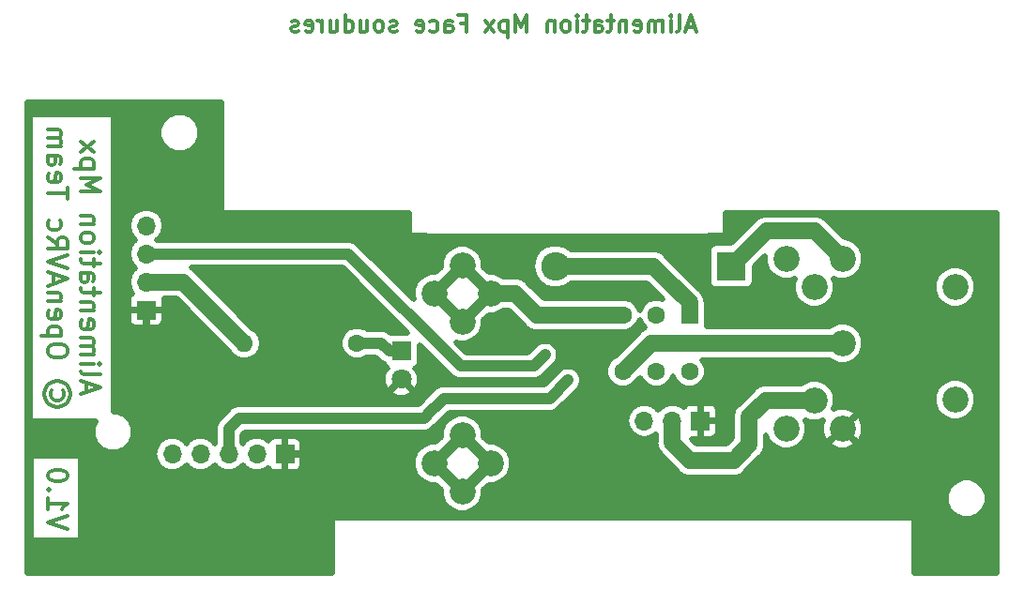
<source format=gbr>
G04 #@! TF.GenerationSoftware,KiCad,Pcbnew,(5.0.2)-1*
G04 #@! TF.CreationDate,2019-11-09T14:17:09+01:00*
G04 #@! TF.ProjectId,MPX_Alimentation,4d50585f-416c-4696-9d65-6e746174696f,v1.0*
G04 #@! TF.SameCoordinates,Original*
G04 #@! TF.FileFunction,Copper,L2,Bot*
G04 #@! TF.FilePolarity,Positive*
%FSLAX46Y46*%
G04 Gerber Fmt 4.6, Leading zero omitted, Abs format (unit mm)*
G04 Created by KiCad (PCBNEW (5.0.2)-1) date 09/11/2019 14:17:09*
%MOMM*%
%LPD*%
G01*
G04 APERTURE LIST*
G04 #@! TA.AperFunction,NonConductor*
%ADD10C,0.300000*%
G04 #@! TD*
G04 #@! TA.AperFunction,ComponentPad*
%ADD11R,2.600000X2.600000*%
G04 #@! TD*
G04 #@! TA.AperFunction,ComponentPad*
%ADD12O,2.600000X2.600000*%
G04 #@! TD*
G04 #@! TA.AperFunction,ComponentPad*
%ADD13R,1.600000X1.600000*%
G04 #@! TD*
G04 #@! TA.AperFunction,ComponentPad*
%ADD14C,1.600000*%
G04 #@! TD*
G04 #@! TA.AperFunction,ComponentPad*
%ADD15O,1.600000X1.600000*%
G04 #@! TD*
G04 #@! TA.AperFunction,ComponentPad*
%ADD16C,2.350000*%
G04 #@! TD*
G04 #@! TA.AperFunction,ComponentPad*
%ADD17R,1.800000X1.800000*%
G04 #@! TD*
G04 #@! TA.AperFunction,ComponentPad*
%ADD18C,1.800000*%
G04 #@! TD*
G04 #@! TA.AperFunction,ComponentPad*
%ADD19R,1.700000X1.700000*%
G04 #@! TD*
G04 #@! TA.AperFunction,ComponentPad*
%ADD20O,1.700000X1.700000*%
G04 #@! TD*
G04 #@! TA.AperFunction,ViaPad*
%ADD21C,1.000000*%
G04 #@! TD*
G04 #@! TA.AperFunction,Conductor*
%ADD22C,1.500000*%
G04 #@! TD*
G04 #@! TA.AperFunction,Conductor*
%ADD23C,1.000000*%
G04 #@! TD*
G04 #@! TA.AperFunction,Conductor*
%ADD24C,0.500000*%
G04 #@! TD*
G04 APERTURE END LIST*
D10*
X104922714Y-109741857D02*
X103122714Y-109141857D01*
X104922714Y-108541857D01*
X103122714Y-106999000D02*
X103122714Y-108027571D01*
X103122714Y-107513285D02*
X104922714Y-107513285D01*
X104665571Y-107684714D01*
X104494142Y-107856142D01*
X104408428Y-108027571D01*
X103294142Y-106227571D02*
X103208428Y-106141857D01*
X103122714Y-106227571D01*
X103208428Y-106313285D01*
X103294142Y-106227571D01*
X103122714Y-106227571D01*
X104922714Y-105027571D02*
X104922714Y-104856142D01*
X104837000Y-104684714D01*
X104751285Y-104599000D01*
X104579857Y-104513285D01*
X104237000Y-104427571D01*
X103808428Y-104427571D01*
X103465571Y-104513285D01*
X103294142Y-104599000D01*
X103208428Y-104684714D01*
X103122714Y-104856142D01*
X103122714Y-105027571D01*
X103208428Y-105199000D01*
X103294142Y-105284714D01*
X103465571Y-105370428D01*
X103808428Y-105456142D01*
X104237000Y-105456142D01*
X104579857Y-105370428D01*
X104751285Y-105284714D01*
X104837000Y-105199000D01*
X104922714Y-105027571D01*
X106614000Y-97442428D02*
X106614000Y-96585285D01*
X106099714Y-97613857D02*
X107899714Y-97013857D01*
X106099714Y-96413857D01*
X106099714Y-95556714D02*
X106185428Y-95728142D01*
X106356857Y-95813857D01*
X107899714Y-95813857D01*
X106099714Y-94871000D02*
X107299714Y-94871000D01*
X107899714Y-94871000D02*
X107814000Y-94956714D01*
X107728285Y-94871000D01*
X107814000Y-94785285D01*
X107899714Y-94871000D01*
X107728285Y-94871000D01*
X106099714Y-94013857D02*
X107299714Y-94013857D01*
X107128285Y-94013857D02*
X107214000Y-93928142D01*
X107299714Y-93756714D01*
X107299714Y-93499571D01*
X107214000Y-93328142D01*
X107042571Y-93242428D01*
X106099714Y-93242428D01*
X107042571Y-93242428D02*
X107214000Y-93156714D01*
X107299714Y-92985285D01*
X107299714Y-92728142D01*
X107214000Y-92556714D01*
X107042571Y-92471000D01*
X106099714Y-92471000D01*
X106185428Y-90928142D02*
X106099714Y-91099571D01*
X106099714Y-91442428D01*
X106185428Y-91613857D01*
X106356857Y-91699571D01*
X107042571Y-91699571D01*
X107214000Y-91613857D01*
X107299714Y-91442428D01*
X107299714Y-91099571D01*
X107214000Y-90928142D01*
X107042571Y-90842428D01*
X106871142Y-90842428D01*
X106699714Y-91699571D01*
X107299714Y-90071000D02*
X106099714Y-90071000D01*
X107128285Y-90071000D02*
X107214000Y-89985285D01*
X107299714Y-89813857D01*
X107299714Y-89556714D01*
X107214000Y-89385285D01*
X107042571Y-89299571D01*
X106099714Y-89299571D01*
X107299714Y-88699571D02*
X107299714Y-88013857D01*
X107899714Y-88442428D02*
X106356857Y-88442428D01*
X106185428Y-88356714D01*
X106099714Y-88185285D01*
X106099714Y-88013857D01*
X106099714Y-86642428D02*
X107042571Y-86642428D01*
X107214000Y-86728142D01*
X107299714Y-86899571D01*
X107299714Y-87242428D01*
X107214000Y-87413857D01*
X106185428Y-86642428D02*
X106099714Y-86813857D01*
X106099714Y-87242428D01*
X106185428Y-87413857D01*
X106356857Y-87499571D01*
X106528285Y-87499571D01*
X106699714Y-87413857D01*
X106785428Y-87242428D01*
X106785428Y-86813857D01*
X106871142Y-86642428D01*
X107299714Y-86042428D02*
X107299714Y-85356714D01*
X107899714Y-85785285D02*
X106356857Y-85785285D01*
X106185428Y-85699571D01*
X106099714Y-85528142D01*
X106099714Y-85356714D01*
X106099714Y-84756714D02*
X107299714Y-84756714D01*
X107899714Y-84756714D02*
X107814000Y-84842428D01*
X107728285Y-84756714D01*
X107814000Y-84671000D01*
X107899714Y-84756714D01*
X107728285Y-84756714D01*
X106099714Y-83642428D02*
X106185428Y-83813857D01*
X106271142Y-83899571D01*
X106442571Y-83985285D01*
X106956857Y-83985285D01*
X107128285Y-83899571D01*
X107214000Y-83813857D01*
X107299714Y-83642428D01*
X107299714Y-83385285D01*
X107214000Y-83213857D01*
X107128285Y-83128142D01*
X106956857Y-83042428D01*
X106442571Y-83042428D01*
X106271142Y-83128142D01*
X106185428Y-83213857D01*
X106099714Y-83385285D01*
X106099714Y-83642428D01*
X107299714Y-82271000D02*
X106099714Y-82271000D01*
X107128285Y-82271000D02*
X107214000Y-82185285D01*
X107299714Y-82013857D01*
X107299714Y-81756714D01*
X107214000Y-81585285D01*
X107042571Y-81499571D01*
X106099714Y-81499571D01*
X106099714Y-79271000D02*
X107899714Y-79271000D01*
X106614000Y-78671000D01*
X107899714Y-78071000D01*
X106099714Y-78071000D01*
X107299714Y-77213857D02*
X105499714Y-77213857D01*
X107214000Y-77213857D02*
X107299714Y-77042428D01*
X107299714Y-76699571D01*
X107214000Y-76528142D01*
X107128285Y-76442428D01*
X106956857Y-76356714D01*
X106442571Y-76356714D01*
X106271142Y-76442428D01*
X106185428Y-76528142D01*
X106099714Y-76699571D01*
X106099714Y-77042428D01*
X106185428Y-77213857D01*
X106099714Y-75756714D02*
X107299714Y-74813857D01*
X107299714Y-75756714D02*
X106099714Y-74813857D01*
X104471142Y-97228142D02*
X104556857Y-97399571D01*
X104556857Y-97742428D01*
X104471142Y-97913857D01*
X104299714Y-98085285D01*
X104128285Y-98171000D01*
X103785428Y-98171000D01*
X103614000Y-98085285D01*
X103442571Y-97913857D01*
X103356857Y-97742428D01*
X103356857Y-97399571D01*
X103442571Y-97228142D01*
X105156857Y-97571000D02*
X105071142Y-97999571D01*
X104814000Y-98428142D01*
X104385428Y-98685285D01*
X103956857Y-98771000D01*
X103528285Y-98685285D01*
X103099714Y-98428142D01*
X102842571Y-97999571D01*
X102756857Y-97571000D01*
X102842571Y-97142428D01*
X103099714Y-96713857D01*
X103528285Y-96456714D01*
X103956857Y-96371000D01*
X104385428Y-96456714D01*
X104814000Y-96713857D01*
X105071142Y-97142428D01*
X105156857Y-97571000D01*
X104899714Y-93885285D02*
X104899714Y-93542428D01*
X104814000Y-93371000D01*
X104642571Y-93199571D01*
X104299714Y-93113857D01*
X103699714Y-93113857D01*
X103356857Y-93199571D01*
X103185428Y-93371000D01*
X103099714Y-93542428D01*
X103099714Y-93885285D01*
X103185428Y-94056714D01*
X103356857Y-94228142D01*
X103699714Y-94313857D01*
X104299714Y-94313857D01*
X104642571Y-94228142D01*
X104814000Y-94056714D01*
X104899714Y-93885285D01*
X104299714Y-92342428D02*
X102499714Y-92342428D01*
X104214000Y-92342428D02*
X104299714Y-92171000D01*
X104299714Y-91828142D01*
X104214000Y-91656714D01*
X104128285Y-91571000D01*
X103956857Y-91485285D01*
X103442571Y-91485285D01*
X103271142Y-91571000D01*
X103185428Y-91656714D01*
X103099714Y-91828142D01*
X103099714Y-92171000D01*
X103185428Y-92342428D01*
X103185428Y-90028142D02*
X103099714Y-90199571D01*
X103099714Y-90542428D01*
X103185428Y-90713857D01*
X103356857Y-90799571D01*
X104042571Y-90799571D01*
X104214000Y-90713857D01*
X104299714Y-90542428D01*
X104299714Y-90199571D01*
X104214000Y-90028142D01*
X104042571Y-89942428D01*
X103871142Y-89942428D01*
X103699714Y-90799571D01*
X104299714Y-89171000D02*
X103099714Y-89171000D01*
X104128285Y-89171000D02*
X104214000Y-89085285D01*
X104299714Y-88913857D01*
X104299714Y-88656714D01*
X104214000Y-88485285D01*
X104042571Y-88399571D01*
X103099714Y-88399571D01*
X103614000Y-87628142D02*
X103614000Y-86771000D01*
X103099714Y-87799571D02*
X104899714Y-87199571D01*
X103099714Y-86599571D01*
X104899714Y-86256714D02*
X103099714Y-85656714D01*
X104899714Y-85056714D01*
X103099714Y-83428142D02*
X103956857Y-84028142D01*
X103099714Y-84456714D02*
X104899714Y-84456714D01*
X104899714Y-83771000D01*
X104814000Y-83599571D01*
X104728285Y-83513857D01*
X104556857Y-83428142D01*
X104299714Y-83428142D01*
X104128285Y-83513857D01*
X104042571Y-83599571D01*
X103956857Y-83771000D01*
X103956857Y-84456714D01*
X103185428Y-81885285D02*
X103099714Y-82056714D01*
X103099714Y-82399571D01*
X103185428Y-82571000D01*
X103271142Y-82656714D01*
X103442571Y-82742428D01*
X103956857Y-82742428D01*
X104128285Y-82656714D01*
X104214000Y-82571000D01*
X104299714Y-82399571D01*
X104299714Y-82056714D01*
X104214000Y-81885285D01*
X104899714Y-79999571D02*
X104899714Y-78971000D01*
X103099714Y-79485285D02*
X104899714Y-79485285D01*
X103185428Y-77685285D02*
X103099714Y-77856714D01*
X103099714Y-78199571D01*
X103185428Y-78371000D01*
X103356857Y-78456714D01*
X104042571Y-78456714D01*
X104214000Y-78371000D01*
X104299714Y-78199571D01*
X104299714Y-77856714D01*
X104214000Y-77685285D01*
X104042571Y-77599571D01*
X103871142Y-77599571D01*
X103699714Y-78456714D01*
X103099714Y-76056714D02*
X104042571Y-76056714D01*
X104214000Y-76142428D01*
X104299714Y-76313857D01*
X104299714Y-76656714D01*
X104214000Y-76828142D01*
X103185428Y-76056714D02*
X103099714Y-76228142D01*
X103099714Y-76656714D01*
X103185428Y-76828142D01*
X103356857Y-76913857D01*
X103528285Y-76913857D01*
X103699714Y-76828142D01*
X103785428Y-76656714D01*
X103785428Y-76228142D01*
X103871142Y-76056714D01*
X103099714Y-75199571D02*
X104299714Y-75199571D01*
X104128285Y-75199571D02*
X104214000Y-75113857D01*
X104299714Y-74942428D01*
X104299714Y-74685285D01*
X104214000Y-74513857D01*
X104042571Y-74428142D01*
X103099714Y-74428142D01*
X104042571Y-74428142D02*
X104214000Y-74342428D01*
X104299714Y-74171000D01*
X104299714Y-73913857D01*
X104214000Y-73742428D01*
X104042571Y-73656714D01*
X103099714Y-73656714D01*
X161438571Y-64450000D02*
X160724285Y-64450000D01*
X161581428Y-64878571D02*
X161081428Y-63378571D01*
X160581428Y-64878571D01*
X159867142Y-64878571D02*
X160010000Y-64807142D01*
X160081428Y-64664285D01*
X160081428Y-63378571D01*
X159295714Y-64878571D02*
X159295714Y-63878571D01*
X159295714Y-63378571D02*
X159367142Y-63450000D01*
X159295714Y-63521428D01*
X159224285Y-63450000D01*
X159295714Y-63378571D01*
X159295714Y-63521428D01*
X158581428Y-64878571D02*
X158581428Y-63878571D01*
X158581428Y-64021428D02*
X158510000Y-63950000D01*
X158367142Y-63878571D01*
X158152857Y-63878571D01*
X158010000Y-63950000D01*
X157938571Y-64092857D01*
X157938571Y-64878571D01*
X157938571Y-64092857D02*
X157867142Y-63950000D01*
X157724285Y-63878571D01*
X157510000Y-63878571D01*
X157367142Y-63950000D01*
X157295714Y-64092857D01*
X157295714Y-64878571D01*
X156010000Y-64807142D02*
X156152857Y-64878571D01*
X156438571Y-64878571D01*
X156581428Y-64807142D01*
X156652857Y-64664285D01*
X156652857Y-64092857D01*
X156581428Y-63950000D01*
X156438571Y-63878571D01*
X156152857Y-63878571D01*
X156010000Y-63950000D01*
X155938571Y-64092857D01*
X155938571Y-64235714D01*
X156652857Y-64378571D01*
X155295714Y-63878571D02*
X155295714Y-64878571D01*
X155295714Y-64021428D02*
X155224285Y-63950000D01*
X155081428Y-63878571D01*
X154867142Y-63878571D01*
X154724285Y-63950000D01*
X154652857Y-64092857D01*
X154652857Y-64878571D01*
X154152857Y-63878571D02*
X153581428Y-63878571D01*
X153938571Y-63378571D02*
X153938571Y-64664285D01*
X153867142Y-64807142D01*
X153724285Y-64878571D01*
X153581428Y-64878571D01*
X152438571Y-64878571D02*
X152438571Y-64092857D01*
X152510000Y-63950000D01*
X152652857Y-63878571D01*
X152938571Y-63878571D01*
X153081428Y-63950000D01*
X152438571Y-64807142D02*
X152581428Y-64878571D01*
X152938571Y-64878571D01*
X153081428Y-64807142D01*
X153152857Y-64664285D01*
X153152857Y-64521428D01*
X153081428Y-64378571D01*
X152938571Y-64307142D01*
X152581428Y-64307142D01*
X152438571Y-64235714D01*
X151938571Y-63878571D02*
X151367142Y-63878571D01*
X151724285Y-63378571D02*
X151724285Y-64664285D01*
X151652857Y-64807142D01*
X151510000Y-64878571D01*
X151367142Y-64878571D01*
X150867142Y-64878571D02*
X150867142Y-63878571D01*
X150867142Y-63378571D02*
X150938571Y-63450000D01*
X150867142Y-63521428D01*
X150795714Y-63450000D01*
X150867142Y-63378571D01*
X150867142Y-63521428D01*
X149938571Y-64878571D02*
X150081428Y-64807142D01*
X150152857Y-64735714D01*
X150224285Y-64592857D01*
X150224285Y-64164285D01*
X150152857Y-64021428D01*
X150081428Y-63950000D01*
X149938571Y-63878571D01*
X149724285Y-63878571D01*
X149581428Y-63950000D01*
X149510000Y-64021428D01*
X149438571Y-64164285D01*
X149438571Y-64592857D01*
X149510000Y-64735714D01*
X149581428Y-64807142D01*
X149724285Y-64878571D01*
X149938571Y-64878571D01*
X148795714Y-63878571D02*
X148795714Y-64878571D01*
X148795714Y-64021428D02*
X148724285Y-63950000D01*
X148581428Y-63878571D01*
X148367142Y-63878571D01*
X148224285Y-63950000D01*
X148152857Y-64092857D01*
X148152857Y-64878571D01*
X146295714Y-64878571D02*
X146295714Y-63378571D01*
X145795714Y-64450000D01*
X145295714Y-63378571D01*
X145295714Y-64878571D01*
X144581428Y-63878571D02*
X144581428Y-65378571D01*
X144581428Y-63950000D02*
X144438571Y-63878571D01*
X144152857Y-63878571D01*
X144010000Y-63950000D01*
X143938571Y-64021428D01*
X143867142Y-64164285D01*
X143867142Y-64592857D01*
X143938571Y-64735714D01*
X144010000Y-64807142D01*
X144152857Y-64878571D01*
X144438571Y-64878571D01*
X144581428Y-64807142D01*
X143367142Y-64878571D02*
X142581428Y-63878571D01*
X143367142Y-63878571D02*
X142581428Y-64878571D01*
X140367142Y-64092857D02*
X140867142Y-64092857D01*
X140867142Y-64878571D02*
X140867142Y-63378571D01*
X140152857Y-63378571D01*
X138938571Y-64878571D02*
X138938571Y-64092857D01*
X139010000Y-63950000D01*
X139152857Y-63878571D01*
X139438571Y-63878571D01*
X139581428Y-63950000D01*
X138938571Y-64807142D02*
X139081428Y-64878571D01*
X139438571Y-64878571D01*
X139581428Y-64807142D01*
X139652857Y-64664285D01*
X139652857Y-64521428D01*
X139581428Y-64378571D01*
X139438571Y-64307142D01*
X139081428Y-64307142D01*
X138938571Y-64235714D01*
X137581428Y-64807142D02*
X137724285Y-64878571D01*
X138010000Y-64878571D01*
X138152857Y-64807142D01*
X138224285Y-64735714D01*
X138295714Y-64592857D01*
X138295714Y-64164285D01*
X138224285Y-64021428D01*
X138152857Y-63950000D01*
X138010000Y-63878571D01*
X137724285Y-63878571D01*
X137581428Y-63950000D01*
X136367142Y-64807142D02*
X136510000Y-64878571D01*
X136795714Y-64878571D01*
X136938571Y-64807142D01*
X137010000Y-64664285D01*
X137010000Y-64092857D01*
X136938571Y-63950000D01*
X136795714Y-63878571D01*
X136510000Y-63878571D01*
X136367142Y-63950000D01*
X136295714Y-64092857D01*
X136295714Y-64235714D01*
X137010000Y-64378571D01*
X134581428Y-64807142D02*
X134438571Y-64878571D01*
X134152857Y-64878571D01*
X134010000Y-64807142D01*
X133938571Y-64664285D01*
X133938571Y-64592857D01*
X134010000Y-64450000D01*
X134152857Y-64378571D01*
X134367142Y-64378571D01*
X134510000Y-64307142D01*
X134581428Y-64164285D01*
X134581428Y-64092857D01*
X134510000Y-63950000D01*
X134367142Y-63878571D01*
X134152857Y-63878571D01*
X134010000Y-63950000D01*
X133081428Y-64878571D02*
X133224285Y-64807142D01*
X133295714Y-64735714D01*
X133367142Y-64592857D01*
X133367142Y-64164285D01*
X133295714Y-64021428D01*
X133224285Y-63950000D01*
X133081428Y-63878571D01*
X132867142Y-63878571D01*
X132724285Y-63950000D01*
X132652857Y-64021428D01*
X132581428Y-64164285D01*
X132581428Y-64592857D01*
X132652857Y-64735714D01*
X132724285Y-64807142D01*
X132867142Y-64878571D01*
X133081428Y-64878571D01*
X131295714Y-63878571D02*
X131295714Y-64878571D01*
X131938571Y-63878571D02*
X131938571Y-64664285D01*
X131867142Y-64807142D01*
X131724285Y-64878571D01*
X131510000Y-64878571D01*
X131367142Y-64807142D01*
X131295714Y-64735714D01*
X129938571Y-64878571D02*
X129938571Y-63378571D01*
X129938571Y-64807142D02*
X130081428Y-64878571D01*
X130367142Y-64878571D01*
X130510000Y-64807142D01*
X130581428Y-64735714D01*
X130652857Y-64592857D01*
X130652857Y-64164285D01*
X130581428Y-64021428D01*
X130510000Y-63950000D01*
X130367142Y-63878571D01*
X130081428Y-63878571D01*
X129938571Y-63950000D01*
X128581428Y-63878571D02*
X128581428Y-64878571D01*
X129224285Y-63878571D02*
X129224285Y-64664285D01*
X129152857Y-64807142D01*
X129010000Y-64878571D01*
X128795714Y-64878571D01*
X128652857Y-64807142D01*
X128581428Y-64735714D01*
X127867142Y-64878571D02*
X127867142Y-63878571D01*
X127867142Y-64164285D02*
X127795714Y-64021428D01*
X127724285Y-63950000D01*
X127581428Y-63878571D01*
X127438571Y-63878571D01*
X126367142Y-64807142D02*
X126510000Y-64878571D01*
X126795714Y-64878571D01*
X126938571Y-64807142D01*
X127010000Y-64664285D01*
X127010000Y-64092857D01*
X126938571Y-63950000D01*
X126795714Y-63878571D01*
X126510000Y-63878571D01*
X126367142Y-63950000D01*
X126295714Y-64092857D01*
X126295714Y-64235714D01*
X127010000Y-64378571D01*
X125724285Y-64807142D02*
X125581428Y-64878571D01*
X125295714Y-64878571D01*
X125152857Y-64807142D01*
X125081428Y-64664285D01*
X125081428Y-64592857D01*
X125152857Y-64450000D01*
X125295714Y-64378571D01*
X125510000Y-64378571D01*
X125652857Y-64307142D01*
X125724285Y-64164285D01*
X125724285Y-64092857D01*
X125652857Y-63950000D01*
X125510000Y-63878571D01*
X125295714Y-63878571D01*
X125152857Y-63950000D01*
D11*
G04 #@! TO.P,D1,1*
G04 #@! TO.N,/VCC_Chargeur*
X164770000Y-86044000D03*
D12*
G04 #@! TO.P,D1,2*
G04 #@! TO.N,Net-(D1-Pad2)*
X148895000Y-86044000D03*
G04 #@! TD*
D13*
G04 #@! TO.P,SW1,1*
G04 #@! TO.N,Net-(D1-Pad2)*
X161000000Y-90460000D03*
D14*
G04 #@! TO.P,SW1,2*
G04 #@! TO.N,Net-(P1-Pad3)*
X158000000Y-90460000D03*
G04 #@! TO.P,SW1,3*
G04 #@! TO.N,/VP_Em_Eleve*
X155000000Y-90460000D03*
G04 #@! TO.P,SW1,4*
G04 #@! TO.N,Net-(D1-Pad2)*
X161000000Y-95540000D03*
G04 #@! TO.P,SW1,5*
G04 #@! TO.N,Net-(P1-Pad3)*
X158000000Y-95540000D03*
G04 #@! TO.P,SW1,6*
G04 #@! TO.N,/VP_Em_Eleve*
X155000000Y-95540000D03*
G04 #@! TD*
G04 #@! TO.P,R1,1*
G04 #@! TO.N,Net-(D2-Pad1)*
X131000000Y-93000000D03*
D15*
G04 #@! TO.P,R1,2*
G04 #@! TO.N,Net-(F1-Pad1)*
X120840000Y-93000000D03*
G04 #@! TD*
D16*
G04 #@! TO.P,F1,2*
G04 #@! TO.N,/VP_Em_Eleve*
X140500000Y-91044000D03*
X140500000Y-85964000D03*
G04 #@! TO.P,F1,1*
G04 #@! TO.N,Net-(F1-Pad1)*
X140500000Y-101284000D03*
X140500000Y-106364000D03*
G04 #@! TO.P,F1,2*
G04 #@! TO.N,/VP_Em_Eleve*
X137960000Y-88504000D03*
X143040000Y-88504000D03*
G04 #@! TO.P,F1,1*
G04 #@! TO.N,Net-(F1-Pad1)*
X137960000Y-103824000D03*
X143040000Y-103824000D03*
G04 #@! TD*
G04 #@! TO.P,P4,*
G04 #@! TO.N,*
X184960000Y-98080000D03*
X184960000Y-87920000D03*
G04 #@! TO.P,P4,5*
G04 #@! TO.N,/VCC_2*
X172260000Y-98160000D03*
G04 #@! TO.P,P4,2*
G04 #@! TO.N,/VP_Em_Eleve*
X174800000Y-93000000D03*
G04 #@! TO.P,P4,4*
G04 #@! TO.N,/PPM_Eleve*
X172260000Y-87920000D03*
G04 #@! TO.P,P4,3*
G04 #@! TO.N,/0V*
X174800000Y-100700000D03*
G04 #@! TO.P,P4,7*
G04 #@! TO.N,N/C*
X169720000Y-100700000D03*
G04 #@! TO.P,P4,1*
G04 #@! TO.N,/VCC_Chargeur*
X174800000Y-85380000D03*
G04 #@! TO.P,P4,6*
G04 #@! TO.N,/PPM_Maitre*
X169720000Y-85380000D03*
G04 #@! TD*
D17*
G04 #@! TO.P,D2,1*
G04 #@! TO.N,Net-(D2-Pad1)*
X135000000Y-93700000D03*
D18*
G04 #@! TO.P,D2,2*
G04 #@! TO.N,/0V*
X135000000Y-96240000D03*
G04 #@! TD*
D19*
G04 #@! TO.P,P1,1*
G04 #@! TO.N,/0V*
X162000000Y-100000000D03*
D20*
G04 #@! TO.P,P1,2*
G04 #@! TO.N,/VCC_2*
X159460000Y-100000000D03*
G04 #@! TO.P,P1,3*
G04 #@! TO.N,Net-(P1-Pad3)*
X156920000Y-100000000D03*
G04 #@! TD*
D19*
G04 #@! TO.P,P2,1*
G04 #@! TO.N,/0V*
X124500000Y-103000000D03*
D20*
G04 #@! TO.P,P2,2*
G04 #@! TO.N,Net-(F1-Pad1)*
X121960000Y-103000000D03*
G04 #@! TO.P,P2,3*
G04 #@! TO.N,/PPM_Eleve*
X119420000Y-103000000D03*
G04 #@! TO.P,P2,4*
G04 #@! TO.N,/PPM_Maitre*
X116880000Y-103000000D03*
G04 #@! TO.P,P2,5*
G04 #@! TO.N,/3\002C3V*
X114340000Y-103000000D03*
G04 #@! TD*
D19*
G04 #@! TO.P,P3,1*
G04 #@! TO.N,/0V*
X112000000Y-90000000D03*
D20*
G04 #@! TO.P,P3,2*
G04 #@! TO.N,Net-(F1-Pad1)*
X112000000Y-87460000D03*
G04 #@! TO.P,P3,3*
G04 #@! TO.N,/PPM_Maitre*
X112000000Y-84920000D03*
G04 #@! TO.P,P3,4*
G04 #@! TO.N,/3\002C3V*
X112000000Y-82380000D03*
G04 #@! TD*
D21*
G04 #@! TO.N,/PPM_Maitre*
X116844000Y-84920000D03*
X147957000Y-94043000D03*
G04 #@! TO.N,/PPM_Eleve*
X150038000Y-96331000D03*
G04 #@! TD*
D22*
G04 #@! TO.N,Net-(D1-Pad2)*
X158907500Y-87207500D02*
X157744000Y-86044000D01*
X157744000Y-86044000D02*
X148895000Y-86044000D01*
X161000000Y-90460000D02*
X161000000Y-89300000D01*
X161000000Y-89300000D02*
X158907500Y-87207500D01*
G04 #@! TO.N,Net-(F1-Pad1)*
X112000000Y-87460000D02*
X115300000Y-87460000D01*
X115300000Y-87460000D02*
X120840000Y-93000000D01*
X112000000Y-87460000D02*
X112545000Y-87460000D01*
D23*
X112235000Y-87695000D02*
X112000000Y-87460000D01*
X140500000Y-101284000D02*
X137960000Y-103824000D01*
X137960000Y-103824000D02*
X140500000Y-106364000D01*
X140500000Y-106364000D02*
X143040000Y-103824000D01*
X143040000Y-103824000D02*
X140500000Y-101284000D01*
D22*
G04 #@! TO.N,/VP_Em_Eleve*
X155000000Y-90460000D02*
X147248000Y-90460000D01*
X147248000Y-90460000D02*
X145292000Y-88504000D01*
X155000000Y-95540000D02*
X157540000Y-93000000D01*
X157540000Y-93000000D02*
X174800000Y-93000000D01*
D23*
X137960000Y-88504000D02*
X140500000Y-91044000D01*
X140500000Y-91044000D02*
X143040000Y-88504000D01*
X143040000Y-88504000D02*
X140500000Y-85964000D01*
X140500000Y-85964000D02*
X137960000Y-88504000D01*
D22*
X145292000Y-88504000D02*
X143040000Y-88504000D01*
G04 #@! TO.N,/VCC_2*
X162437000Y-103570000D02*
X164977000Y-103570000D01*
X166374000Y-102173000D02*
X166374000Y-99633000D01*
X164977000Y-103570000D02*
X166374000Y-102173000D01*
X159460000Y-100000000D02*
X159460000Y-101990000D01*
X159460000Y-101990000D02*
X161040000Y-103570000D01*
X161040000Y-103570000D02*
X162437000Y-103570000D01*
X166374000Y-99633000D02*
X167847000Y-98160000D01*
X167847000Y-98160000D02*
X172260000Y-98160000D01*
D23*
G04 #@! TO.N,/PPM_Maitre*
X112000000Y-84920000D02*
X116844000Y-84920000D01*
X129000000Y-84920000D02*
X116844000Y-84920000D01*
X130198000Y-84920000D02*
X129000000Y-84920000D01*
X140339000Y-95061000D02*
X130198000Y-84920000D01*
X146939000Y-95061000D02*
X140339000Y-95061000D01*
X147957000Y-94043000D02*
X146939000Y-95061000D01*
D22*
G04 #@! TO.N,/VCC_Chargeur*
X170358000Y-82869000D02*
X167945000Y-82869000D01*
X167945000Y-82869000D02*
X164770000Y-86044000D01*
X172289000Y-82869000D02*
X174800000Y-85380000D01*
X170358000Y-82869000D02*
X172289000Y-82869000D01*
D23*
G04 #@! TO.N,/PPM_Eleve*
X145974000Y-97982000D02*
X148387000Y-97982000D01*
X148387000Y-97982000D02*
X150038000Y-96331000D01*
X138815000Y-97982000D02*
X145974000Y-97982000D01*
X137672000Y-99125000D02*
X138307000Y-98490000D01*
X137037000Y-99760000D02*
X120400000Y-99760000D01*
X137672000Y-99125000D02*
X137037000Y-99760000D01*
X120400000Y-99760000D02*
X119420000Y-100740000D01*
X119420000Y-100740000D02*
X119420000Y-103000000D01*
X138307000Y-98490000D02*
X138815000Y-97982000D01*
G04 #@! TO.N,Net-(D2-Pad1)*
X135000000Y-93700000D02*
X133898000Y-93700000D01*
X133898000Y-93700000D02*
X133198000Y-93000000D01*
X131000000Y-93000000D02*
X133198000Y-93000000D01*
G04 #@! TD*
D24*
G04 #@! TO.N,/0V*
G36*
X118750000Y-81000000D02*
X118769030Y-81095671D01*
X118823223Y-81176777D01*
X118904329Y-81230970D01*
X119000000Y-81250000D01*
X135750000Y-81250000D01*
X135750000Y-83000000D01*
X135769030Y-83095671D01*
X135823223Y-83176777D01*
X135904329Y-83230970D01*
X136000000Y-83250000D01*
X137137495Y-83250000D01*
X137178101Y-83277132D01*
X137500000Y-83341162D01*
X137581251Y-83325000D01*
X162418749Y-83325000D01*
X162500000Y-83341162D01*
X162581251Y-83325000D01*
X162821899Y-83277132D01*
X162862505Y-83250000D01*
X164000000Y-83250000D01*
X164095671Y-83230970D01*
X164176777Y-83176777D01*
X164230970Y-83095671D01*
X164250000Y-83000000D01*
X164250000Y-81250000D01*
X188750000Y-81250000D01*
X188750000Y-113750000D01*
X181250000Y-113750000D01*
X181250000Y-109000000D01*
X181230970Y-108904329D01*
X181176777Y-108823223D01*
X181095671Y-108769030D01*
X181000000Y-108750000D01*
X129000000Y-108750000D01*
X128904329Y-108769030D01*
X128823223Y-108823223D01*
X128769030Y-108904329D01*
X128750000Y-109000000D01*
X128750000Y-113750000D01*
X101250000Y-113750000D01*
X101250000Y-103184715D01*
X101558000Y-103184715D01*
X101558000Y-110813286D01*
X106058000Y-110813286D01*
X106058000Y-103184715D01*
X101558000Y-103184715D01*
X101250000Y-103184715D01*
X101250000Y-103000000D01*
X112708655Y-103000000D01*
X112832834Y-103624289D01*
X113186465Y-104153535D01*
X113715711Y-104507166D01*
X114182418Y-104600000D01*
X114497582Y-104600000D01*
X114964289Y-104507166D01*
X115493535Y-104153535D01*
X115610000Y-103979233D01*
X115726465Y-104153535D01*
X116255711Y-104507166D01*
X116722418Y-104600000D01*
X117037582Y-104600000D01*
X117504289Y-104507166D01*
X118033535Y-104153535D01*
X118150000Y-103979233D01*
X118266465Y-104153535D01*
X118795711Y-104507166D01*
X119262418Y-104600000D01*
X119577582Y-104600000D01*
X120044289Y-104507166D01*
X120573535Y-104153535D01*
X120690000Y-103979233D01*
X120806465Y-104153535D01*
X121335711Y-104507166D01*
X121802418Y-104600000D01*
X122117582Y-104600000D01*
X122584289Y-104507166D01*
X122996364Y-104231826D01*
X123014181Y-104274841D01*
X123225159Y-104485819D01*
X123500815Y-104600000D01*
X124262500Y-104600000D01*
X124450000Y-104412500D01*
X124450000Y-103050000D01*
X124550000Y-103050000D01*
X124550000Y-104412500D01*
X124737500Y-104600000D01*
X125499185Y-104600000D01*
X125774841Y-104485819D01*
X125985819Y-104274841D01*
X126100000Y-103999184D01*
X126100000Y-103441094D01*
X136035000Y-103441094D01*
X136035000Y-104206906D01*
X136328064Y-104914425D01*
X136869575Y-105455936D01*
X137577094Y-105749000D01*
X138117234Y-105749000D01*
X138575000Y-106206767D01*
X138575000Y-106746906D01*
X138868064Y-107454425D01*
X139409575Y-107995936D01*
X140117094Y-108289000D01*
X140882906Y-108289000D01*
X141590425Y-107995936D01*
X142131936Y-107454425D01*
X142425000Y-106746906D01*
X142425000Y-106632012D01*
X184150000Y-106632012D01*
X184150000Y-107367988D01*
X184431645Y-108047941D01*
X184952059Y-108568355D01*
X185632012Y-108850000D01*
X186367988Y-108850000D01*
X187047941Y-108568355D01*
X187568355Y-108047941D01*
X187850000Y-107367988D01*
X187850000Y-106632012D01*
X187568355Y-105952059D01*
X187047941Y-105431645D01*
X186367988Y-105150000D01*
X185632012Y-105150000D01*
X184952059Y-105431645D01*
X184431645Y-105952059D01*
X184150000Y-106632012D01*
X142425000Y-106632012D01*
X142425000Y-106206766D01*
X142882767Y-105749000D01*
X143422906Y-105749000D01*
X144130425Y-105455936D01*
X144671936Y-104914425D01*
X144965000Y-104206906D01*
X144965000Y-103441094D01*
X144671936Y-102733575D01*
X144130425Y-102192064D01*
X143422906Y-101899000D01*
X142882767Y-101899000D01*
X142425000Y-101441234D01*
X142425000Y-100901094D01*
X142131936Y-100193575D01*
X141938361Y-100000000D01*
X155288655Y-100000000D01*
X155412834Y-100624289D01*
X155766465Y-101153535D01*
X156295711Y-101507166D01*
X156762418Y-101600000D01*
X157077582Y-101600000D01*
X157544289Y-101507166D01*
X157960001Y-101229396D01*
X157960001Y-101842267D01*
X157930615Y-101990000D01*
X158047032Y-102575270D01*
X158294877Y-102946197D01*
X158294880Y-102946200D01*
X158378562Y-103071439D01*
X158503801Y-103155121D01*
X159874877Y-104526197D01*
X159958561Y-104651439D01*
X160454729Y-104982968D01*
X160892267Y-105070000D01*
X160892270Y-105070000D01*
X161039999Y-105099385D01*
X161187728Y-105070000D01*
X164829271Y-105070000D01*
X164977000Y-105099385D01*
X165124729Y-105070000D01*
X165124733Y-105070000D01*
X165562271Y-104982968D01*
X166058439Y-104651439D01*
X166142123Y-104526197D01*
X167330197Y-103338123D01*
X167455439Y-103254439D01*
X167786968Y-102758271D01*
X167874000Y-102320733D01*
X167874000Y-102320730D01*
X167903385Y-102173001D01*
X167874000Y-102025272D01*
X167874000Y-101273629D01*
X168088064Y-101790425D01*
X168629575Y-102331936D01*
X169337094Y-102625000D01*
X170102906Y-102625000D01*
X170810425Y-102331936D01*
X171152238Y-101990123D01*
X173580588Y-101990123D01*
X173687172Y-102316742D01*
X174390581Y-102619536D01*
X175156320Y-102630098D01*
X175867813Y-102346821D01*
X175912828Y-102316742D01*
X176019412Y-101990123D01*
X174800000Y-100770711D01*
X173580588Y-101990123D01*
X171152238Y-101990123D01*
X171351936Y-101790425D01*
X171645000Y-101082906D01*
X171645000Y-100317094D01*
X171480885Y-99920885D01*
X171877094Y-100085000D01*
X172642906Y-100085000D01*
X173039712Y-99920637D01*
X172880464Y-100290581D01*
X172869902Y-101056320D01*
X173153179Y-101767813D01*
X173183258Y-101812828D01*
X173509877Y-101919412D01*
X174729289Y-100700000D01*
X174870711Y-100700000D01*
X176090123Y-101919412D01*
X176416742Y-101812828D01*
X176719536Y-101109419D01*
X176730098Y-100343680D01*
X176446821Y-99632187D01*
X176416742Y-99587172D01*
X176090123Y-99480588D01*
X174870711Y-100700000D01*
X174729289Y-100700000D01*
X174715147Y-100685858D01*
X174785858Y-100615147D01*
X174800000Y-100629289D01*
X176019412Y-99409877D01*
X175912828Y-99083258D01*
X175209419Y-98780464D01*
X174443680Y-98769902D01*
X174021321Y-98938062D01*
X174185000Y-98542906D01*
X174185000Y-97777094D01*
X174151863Y-97697094D01*
X183035000Y-97697094D01*
X183035000Y-98462906D01*
X183328064Y-99170425D01*
X183869575Y-99711936D01*
X184577094Y-100005000D01*
X185342906Y-100005000D01*
X186050425Y-99711936D01*
X186591936Y-99170425D01*
X186885000Y-98462906D01*
X186885000Y-97697094D01*
X186591936Y-96989575D01*
X186050425Y-96448064D01*
X185342906Y-96155000D01*
X184577094Y-96155000D01*
X183869575Y-96448064D01*
X183328064Y-96989575D01*
X183035000Y-97697094D01*
X174151863Y-97697094D01*
X173891936Y-97069575D01*
X173350425Y-96528064D01*
X172642906Y-96235000D01*
X171877094Y-96235000D01*
X171169575Y-96528064D01*
X171037639Y-96660000D01*
X167994729Y-96660000D01*
X167847000Y-96630615D01*
X167699271Y-96660000D01*
X167699267Y-96660000D01*
X167261729Y-96747032D01*
X166765561Y-97078561D01*
X166681877Y-97203803D01*
X165417801Y-98467879D01*
X165292562Y-98551561D01*
X165208880Y-98676800D01*
X165208877Y-98676803D01*
X164961032Y-99047730D01*
X164844615Y-99633000D01*
X164874001Y-99780733D01*
X164874000Y-101551680D01*
X164355680Y-102070000D01*
X161661320Y-102070000D01*
X161191320Y-101600000D01*
X161762500Y-101600000D01*
X161950000Y-101412500D01*
X161950000Y-100050000D01*
X162050000Y-100050000D01*
X162050000Y-101412500D01*
X162237500Y-101600000D01*
X162999185Y-101600000D01*
X163274841Y-101485819D01*
X163485819Y-101274841D01*
X163600000Y-100999184D01*
X163600000Y-100237500D01*
X163412500Y-100050000D01*
X162050000Y-100050000D01*
X161950000Y-100050000D01*
X161930000Y-100050000D01*
X161930000Y-99950000D01*
X161950000Y-99950000D01*
X161950000Y-98587500D01*
X162050000Y-98587500D01*
X162050000Y-99950000D01*
X163412500Y-99950000D01*
X163600000Y-99762500D01*
X163600000Y-99000816D01*
X163485819Y-98725159D01*
X163274841Y-98514181D01*
X162999185Y-98400000D01*
X162237500Y-98400000D01*
X162050000Y-98587500D01*
X161950000Y-98587500D01*
X161762500Y-98400000D01*
X161000815Y-98400000D01*
X160725159Y-98514181D01*
X160514181Y-98725159D01*
X160496364Y-98768174D01*
X160084289Y-98492834D01*
X159617582Y-98400000D01*
X159302418Y-98400000D01*
X158835711Y-98492834D01*
X158306465Y-98846465D01*
X158190000Y-99020767D01*
X158073535Y-98846465D01*
X157544289Y-98492834D01*
X157077582Y-98400000D01*
X156762418Y-98400000D01*
X156295711Y-98492834D01*
X155766465Y-98846465D01*
X155412834Y-99375711D01*
X155288655Y-100000000D01*
X141938361Y-100000000D01*
X141590425Y-99652064D01*
X140882906Y-99359000D01*
X140117094Y-99359000D01*
X139409575Y-99652064D01*
X138868064Y-100193575D01*
X138575000Y-100901094D01*
X138575000Y-101441233D01*
X138117234Y-101899000D01*
X137577094Y-101899000D01*
X136869575Y-102192064D01*
X136328064Y-102733575D01*
X136035000Y-103441094D01*
X126100000Y-103441094D01*
X126100000Y-103237500D01*
X125912500Y-103050000D01*
X124550000Y-103050000D01*
X124450000Y-103050000D01*
X124430000Y-103050000D01*
X124430000Y-102950000D01*
X124450000Y-102950000D01*
X124450000Y-101587500D01*
X124550000Y-101587500D01*
X124550000Y-102950000D01*
X125912500Y-102950000D01*
X126100000Y-102762500D01*
X126100000Y-102000816D01*
X125985819Y-101725159D01*
X125774841Y-101514181D01*
X125499185Y-101400000D01*
X124737500Y-101400000D01*
X124550000Y-101587500D01*
X124450000Y-101587500D01*
X124262500Y-101400000D01*
X123500815Y-101400000D01*
X123225159Y-101514181D01*
X123014181Y-101725159D01*
X122996364Y-101768174D01*
X122584289Y-101492834D01*
X122117582Y-101400000D01*
X121802418Y-101400000D01*
X121335711Y-101492834D01*
X120806465Y-101846465D01*
X120690000Y-102020767D01*
X120670000Y-101990835D01*
X120670000Y-101257766D01*
X120917767Y-101010000D01*
X136913896Y-101010000D01*
X137037000Y-101034487D01*
X137160104Y-101010000D01*
X137160109Y-101010000D01*
X137524725Y-100937473D01*
X137938199Y-100661199D01*
X138007936Y-100556829D01*
X138468830Y-100095936D01*
X139332766Y-99232000D01*
X148263896Y-99232000D01*
X148387000Y-99256487D01*
X148510104Y-99232000D01*
X148510109Y-99232000D01*
X148874725Y-99159473D01*
X149288199Y-98883199D01*
X149357936Y-98778830D01*
X150746066Y-97390700D01*
X150746068Y-97390699D01*
X151097699Y-97039068D01*
X151145738Y-96923091D01*
X151215473Y-96818726D01*
X151239961Y-96695616D01*
X151288000Y-96579640D01*
X151288000Y-96454109D01*
X151312488Y-96331000D01*
X151288000Y-96207891D01*
X151288000Y-96082360D01*
X151239961Y-95966383D01*
X151215473Y-95843275D01*
X151145738Y-95738910D01*
X151097699Y-95622932D01*
X151008934Y-95534167D01*
X150939199Y-95429801D01*
X150834833Y-95360066D01*
X150746068Y-95271301D01*
X150630090Y-95223262D01*
X150525725Y-95153527D01*
X150402617Y-95129039D01*
X150286640Y-95081000D01*
X150161109Y-95081000D01*
X150038000Y-95056512D01*
X149914891Y-95081000D01*
X149789360Y-95081000D01*
X149673384Y-95129039D01*
X149550274Y-95153527D01*
X149445909Y-95223262D01*
X149329932Y-95271301D01*
X148978301Y-95622932D01*
X148978300Y-95622934D01*
X147869234Y-96732000D01*
X138938103Y-96732000D01*
X138814999Y-96707513D01*
X138691895Y-96732000D01*
X138691891Y-96732000D01*
X138327275Y-96804527D01*
X137913801Y-97080801D01*
X137844064Y-97185170D01*
X136701064Y-98328170D01*
X136519235Y-98510000D01*
X120523103Y-98510000D01*
X120399999Y-98485513D01*
X120276895Y-98510000D01*
X120276891Y-98510000D01*
X119912275Y-98582527D01*
X119498801Y-98858801D01*
X119429066Y-98963167D01*
X118623170Y-99769064D01*
X118518801Y-99838801D01*
X118242527Y-100252276D01*
X118170000Y-100616892D01*
X118170000Y-100616896D01*
X118145513Y-100740000D01*
X118170000Y-100863104D01*
X118170001Y-101990834D01*
X118150000Y-102020767D01*
X118033535Y-101846465D01*
X117504289Y-101492834D01*
X117037582Y-101400000D01*
X116722418Y-101400000D01*
X116255711Y-101492834D01*
X115726465Y-101846465D01*
X115610000Y-102020767D01*
X115493535Y-101846465D01*
X114964289Y-101492834D01*
X114497582Y-101400000D01*
X114182418Y-101400000D01*
X113715711Y-101492834D01*
X113186465Y-101846465D01*
X112832834Y-102375711D01*
X112708655Y-103000000D01*
X101250000Y-103000000D01*
X101250000Y-72328143D01*
X101535000Y-72328143D01*
X101535000Y-100013857D01*
X107406047Y-100013857D01*
X107150000Y-100632012D01*
X107150000Y-101367988D01*
X107431645Y-102047941D01*
X107952059Y-102568355D01*
X108632012Y-102850000D01*
X109367988Y-102850000D01*
X110047941Y-102568355D01*
X110568355Y-102047941D01*
X110850000Y-101367988D01*
X110850000Y-100632012D01*
X110568355Y-99952059D01*
X110047941Y-99431645D01*
X109367988Y-99150000D01*
X109035000Y-99150000D01*
X109035000Y-97331765D01*
X133978946Y-97331765D01*
X134052042Y-97629818D01*
X134656061Y-97886792D01*
X135312441Y-97893057D01*
X135921255Y-97647659D01*
X135947958Y-97629818D01*
X136021054Y-97331765D01*
X135000000Y-96310711D01*
X133978946Y-97331765D01*
X109035000Y-97331765D01*
X109035000Y-90237500D01*
X110400000Y-90237500D01*
X110400000Y-90999185D01*
X110514181Y-91274841D01*
X110725159Y-91485819D01*
X111000816Y-91600000D01*
X111762500Y-91600000D01*
X111950000Y-91412500D01*
X111950000Y-90050000D01*
X112050000Y-90050000D01*
X112050000Y-91412500D01*
X112237500Y-91600000D01*
X112999184Y-91600000D01*
X113274841Y-91485819D01*
X113485819Y-91274841D01*
X113600000Y-90999185D01*
X113600000Y-90237500D01*
X113412500Y-90050000D01*
X112050000Y-90050000D01*
X111950000Y-90050000D01*
X110587500Y-90050000D01*
X110400000Y-90237500D01*
X109035000Y-90237500D01*
X109035000Y-82380000D01*
X110368655Y-82380000D01*
X110492834Y-83004289D01*
X110846465Y-83533535D01*
X111020767Y-83650000D01*
X110846465Y-83766465D01*
X110492834Y-84295711D01*
X110368655Y-84920000D01*
X110492834Y-85544289D01*
X110846465Y-86073535D01*
X111020767Y-86190000D01*
X110846465Y-86306465D01*
X110492834Y-86835711D01*
X110368655Y-87460000D01*
X110492834Y-88084289D01*
X110768174Y-88496364D01*
X110725159Y-88514181D01*
X110514181Y-88725159D01*
X110400000Y-89000815D01*
X110400000Y-89762500D01*
X110587500Y-89950000D01*
X111950000Y-89950000D01*
X111950000Y-89930000D01*
X112050000Y-89930000D01*
X112050000Y-89950000D01*
X113412500Y-89950000D01*
X113600000Y-89762500D01*
X113600000Y-89000815D01*
X113583094Y-88960000D01*
X114678680Y-88960000D01*
X119493649Y-93774970D01*
X119722512Y-94117488D01*
X120235220Y-94460068D01*
X120687340Y-94550000D01*
X120992660Y-94550000D01*
X121444780Y-94460068D01*
X121957488Y-94117488D01*
X122300068Y-93604780D01*
X122420366Y-93000000D01*
X122300068Y-92395220D01*
X121957488Y-91882512D01*
X121614970Y-91653649D01*
X116465123Y-86503803D01*
X116381439Y-86378561D01*
X116069306Y-86170000D01*
X129680234Y-86170000D01*
X135545540Y-92035307D01*
X134100000Y-92035307D01*
X134026156Y-92049996D01*
X133685725Y-91822527D01*
X133321109Y-91750000D01*
X133321104Y-91750000D01*
X133198000Y-91725513D01*
X133074896Y-91750000D01*
X131942030Y-91750000D01*
X131878004Y-91685974D01*
X131308314Y-91450000D01*
X130691686Y-91450000D01*
X130121996Y-91685974D01*
X129685974Y-92121996D01*
X129450000Y-92691686D01*
X129450000Y-93308314D01*
X129685974Y-93878004D01*
X130121996Y-94314026D01*
X130691686Y-94550000D01*
X131308314Y-94550000D01*
X131878004Y-94314026D01*
X131942030Y-94250000D01*
X132680234Y-94250000D01*
X132927064Y-94496830D01*
X132996801Y-94601199D01*
X133387469Y-94862235D01*
X133393516Y-94892635D01*
X133559280Y-95140720D01*
X133738612Y-95260545D01*
X133610182Y-95292042D01*
X133353208Y-95896061D01*
X133346943Y-96552441D01*
X133592341Y-97161255D01*
X133610182Y-97187958D01*
X133908235Y-97261054D01*
X134929289Y-96240000D01*
X134915147Y-96225858D01*
X134985858Y-96155147D01*
X135000000Y-96169289D01*
X135014142Y-96155147D01*
X135084853Y-96225858D01*
X135070711Y-96240000D01*
X136091765Y-97261054D01*
X136389818Y-97187958D01*
X136646792Y-96583939D01*
X136653057Y-95927559D01*
X136407659Y-95318745D01*
X136389818Y-95292042D01*
X136261388Y-95260545D01*
X136440720Y-95140720D01*
X136606484Y-94892635D01*
X136664693Y-94600000D01*
X136664693Y-93154460D01*
X139368066Y-95857833D01*
X139437801Y-95962199D01*
X139851275Y-96238473D01*
X140215891Y-96311000D01*
X140215892Y-96311000D01*
X140339000Y-96335488D01*
X140462108Y-96311000D01*
X146815896Y-96311000D01*
X146939000Y-96335487D01*
X147062104Y-96311000D01*
X147062109Y-96311000D01*
X147426725Y-96238473D01*
X147840199Y-95962199D01*
X147909936Y-95857830D01*
X148927934Y-94839833D01*
X149016699Y-94751068D01*
X149064739Y-94635089D01*
X149134472Y-94530726D01*
X149158959Y-94407621D01*
X149207000Y-94291640D01*
X149207000Y-94166105D01*
X149231487Y-94043001D01*
X149207000Y-93919897D01*
X149207000Y-93794360D01*
X149158959Y-93678378D01*
X149134472Y-93555275D01*
X149064740Y-93450914D01*
X149016699Y-93334932D01*
X148927930Y-93246163D01*
X148858198Y-93141802D01*
X148753837Y-93072070D01*
X148665068Y-92983301D01*
X148549086Y-92935260D01*
X148444725Y-92865528D01*
X148321622Y-92841041D01*
X148205640Y-92793000D01*
X148080103Y-92793000D01*
X147956999Y-92768513D01*
X147833895Y-92793000D01*
X147708360Y-92793000D01*
X147592379Y-92841041D01*
X147469274Y-92865528D01*
X147364911Y-92935261D01*
X147248932Y-92983301D01*
X147160167Y-93072066D01*
X146421234Y-93811000D01*
X140856767Y-93811000D01*
X139942411Y-92896644D01*
X140117094Y-92969000D01*
X140882906Y-92969000D01*
X141590425Y-92675936D01*
X142131936Y-92134425D01*
X142425000Y-91426906D01*
X142425000Y-90886766D01*
X142882767Y-90429000D01*
X143422906Y-90429000D01*
X144130425Y-90135936D01*
X144262361Y-90004000D01*
X144670680Y-90004000D01*
X146082877Y-91416197D01*
X146166561Y-91541439D01*
X146662729Y-91872968D01*
X147100267Y-91960000D01*
X147100271Y-91960000D01*
X147248000Y-91989385D01*
X147395729Y-91960000D01*
X154570976Y-91960000D01*
X154691686Y-92010000D01*
X155308314Y-92010000D01*
X155878004Y-91774026D01*
X156314026Y-91338004D01*
X156500000Y-90889024D01*
X156685974Y-91338004D01*
X156942904Y-91594934D01*
X156458561Y-91918561D01*
X156374878Y-92043802D01*
X154242706Y-94175974D01*
X154121996Y-94225974D01*
X153685974Y-94661996D01*
X153450000Y-95231686D01*
X153450000Y-95848314D01*
X153685974Y-96418004D01*
X154121996Y-96854026D01*
X154691686Y-97090000D01*
X155308314Y-97090000D01*
X155878004Y-96854026D01*
X156314026Y-96418004D01*
X156364026Y-96297294D01*
X156556322Y-96104998D01*
X156685974Y-96418004D01*
X157121996Y-96854026D01*
X157691686Y-97090000D01*
X158308314Y-97090000D01*
X158878004Y-96854026D01*
X159314026Y-96418004D01*
X159500000Y-95969024D01*
X159685974Y-96418004D01*
X160121996Y-96854026D01*
X160691686Y-97090000D01*
X161308314Y-97090000D01*
X161878004Y-96854026D01*
X162314026Y-96418004D01*
X162550000Y-95848314D01*
X162550000Y-95231686D01*
X162314026Y-94661996D01*
X162152030Y-94500000D01*
X173577639Y-94500000D01*
X173709575Y-94631936D01*
X174417094Y-94925000D01*
X175182906Y-94925000D01*
X175890425Y-94631936D01*
X176431936Y-94090425D01*
X176725000Y-93382906D01*
X176725000Y-92617094D01*
X176431936Y-91909575D01*
X175890425Y-91368064D01*
X175182906Y-91075000D01*
X174417094Y-91075000D01*
X173709575Y-91368064D01*
X173577639Y-91500000D01*
X162516954Y-91500000D01*
X162564693Y-91260000D01*
X162564693Y-89660000D01*
X162511235Y-89391248D01*
X162529385Y-89300000D01*
X162500000Y-89152271D01*
X162500000Y-89152267D01*
X162412968Y-88714729D01*
X162327956Y-88587500D01*
X162165123Y-88343802D01*
X162165121Y-88343800D01*
X162081439Y-88218561D01*
X161956200Y-88134879D01*
X159863697Y-86042377D01*
X158909123Y-85087803D01*
X158825439Y-84962561D01*
X158498340Y-84744000D01*
X162705307Y-84744000D01*
X162705307Y-87344000D01*
X162763516Y-87636635D01*
X162929280Y-87884720D01*
X163177365Y-88050484D01*
X163470000Y-88108693D01*
X166070000Y-88108693D01*
X166362635Y-88050484D01*
X166610720Y-87884720D01*
X166776484Y-87636635D01*
X166834693Y-87344000D01*
X166834693Y-86100627D01*
X167795000Y-85140321D01*
X167795000Y-85762906D01*
X168088064Y-86470425D01*
X168629575Y-87011936D01*
X169337094Y-87305000D01*
X170102906Y-87305000D01*
X170499115Y-87140885D01*
X170335000Y-87537094D01*
X170335000Y-88302906D01*
X170628064Y-89010425D01*
X171169575Y-89551936D01*
X171877094Y-89845000D01*
X172642906Y-89845000D01*
X173350425Y-89551936D01*
X173891936Y-89010425D01*
X174185000Y-88302906D01*
X174185000Y-87537094D01*
X183035000Y-87537094D01*
X183035000Y-88302906D01*
X183328064Y-89010425D01*
X183869575Y-89551936D01*
X184577094Y-89845000D01*
X185342906Y-89845000D01*
X186050425Y-89551936D01*
X186591936Y-89010425D01*
X186885000Y-88302906D01*
X186885000Y-87537094D01*
X186591936Y-86829575D01*
X186050425Y-86288064D01*
X185342906Y-85995000D01*
X184577094Y-85995000D01*
X183869575Y-86288064D01*
X183328064Y-86829575D01*
X183035000Y-87537094D01*
X174185000Y-87537094D01*
X174020885Y-87140885D01*
X174417094Y-87305000D01*
X175182906Y-87305000D01*
X175890425Y-87011936D01*
X176431936Y-86470425D01*
X176725000Y-85762906D01*
X176725000Y-84997094D01*
X176431936Y-84289575D01*
X175890425Y-83748064D01*
X175182906Y-83455000D01*
X174996320Y-83455000D01*
X173454123Y-81912803D01*
X173370439Y-81787561D01*
X172874271Y-81456032D01*
X172436733Y-81369000D01*
X172436729Y-81369000D01*
X172289000Y-81339615D01*
X172141271Y-81369000D01*
X168092728Y-81369000D01*
X167944999Y-81339615D01*
X167797270Y-81369000D01*
X167797267Y-81369000D01*
X167359729Y-81456032D01*
X166988802Y-81703877D01*
X166988800Y-81703879D01*
X166863561Y-81787561D01*
X166779879Y-81912800D01*
X164713373Y-83979307D01*
X163470000Y-83979307D01*
X163177365Y-84037516D01*
X162929280Y-84203280D01*
X162763516Y-84451365D01*
X162705307Y-84744000D01*
X158498340Y-84744000D01*
X158329271Y-84631032D01*
X157891733Y-84544000D01*
X157891729Y-84544000D01*
X157744000Y-84514615D01*
X157596271Y-84544000D01*
X150339992Y-84544000D01*
X149694870Y-84112943D01*
X149096903Y-83994000D01*
X148693097Y-83994000D01*
X148095130Y-84112943D01*
X147417033Y-84566033D01*
X146963943Y-85244130D01*
X146804839Y-86044000D01*
X146963943Y-86843870D01*
X147417033Y-87521967D01*
X148095130Y-87975057D01*
X148693097Y-88094000D01*
X149096903Y-88094000D01*
X149694870Y-87975057D01*
X150339992Y-87544000D01*
X157122680Y-87544000D01*
X158616218Y-89037538D01*
X158308314Y-88910000D01*
X157691686Y-88910000D01*
X157121996Y-89145974D01*
X156685974Y-89581996D01*
X156500000Y-90030976D01*
X156314026Y-89581996D01*
X155878004Y-89145974D01*
X155308314Y-88910000D01*
X154691686Y-88910000D01*
X154570976Y-88960000D01*
X147869320Y-88960000D01*
X146457123Y-87547803D01*
X146373439Y-87422561D01*
X145877271Y-87091032D01*
X145439733Y-87004000D01*
X145439729Y-87004000D01*
X145292000Y-86974615D01*
X145144271Y-87004000D01*
X144262361Y-87004000D01*
X144130425Y-86872064D01*
X143422906Y-86579000D01*
X142882767Y-86579000D01*
X142425000Y-86121234D01*
X142425000Y-85581094D01*
X142131936Y-84873575D01*
X141590425Y-84332064D01*
X140882906Y-84039000D01*
X140117094Y-84039000D01*
X139409575Y-84332064D01*
X138868064Y-84873575D01*
X138575000Y-85581094D01*
X138575000Y-86121233D01*
X138117234Y-86579000D01*
X137577094Y-86579000D01*
X136869575Y-86872064D01*
X136328064Y-87413575D01*
X136035000Y-88121094D01*
X136035000Y-88886906D01*
X136107356Y-89061590D01*
X131168936Y-84123170D01*
X131099199Y-84018801D01*
X130685725Y-83742527D01*
X130321109Y-83670000D01*
X130321104Y-83670000D01*
X130198000Y-83645513D01*
X130074896Y-83670000D01*
X113009165Y-83670000D01*
X112979233Y-83650000D01*
X113153535Y-83533535D01*
X113507166Y-83004289D01*
X113631345Y-82380000D01*
X113507166Y-81755711D01*
X113153535Y-81226465D01*
X112624289Y-80872834D01*
X112157582Y-80780000D01*
X111842418Y-80780000D01*
X111375711Y-80872834D01*
X110846465Y-81226465D01*
X110492834Y-81755711D01*
X110368655Y-82380000D01*
X109035000Y-82380000D01*
X109035000Y-73632012D01*
X113150000Y-73632012D01*
X113150000Y-74367988D01*
X113431645Y-75047941D01*
X113952059Y-75568355D01*
X114632012Y-75850000D01*
X115367988Y-75850000D01*
X116047941Y-75568355D01*
X116568355Y-75047941D01*
X116850000Y-74367988D01*
X116850000Y-73632012D01*
X116568355Y-72952059D01*
X116047941Y-72431645D01*
X115367988Y-72150000D01*
X114632012Y-72150000D01*
X113952059Y-72431645D01*
X113431645Y-72952059D01*
X113150000Y-73632012D01*
X109035000Y-73632012D01*
X109035000Y-72328143D01*
X101535000Y-72328143D01*
X101250000Y-72328143D01*
X101250000Y-71250000D01*
X118750000Y-71250000D01*
X118750000Y-81000000D01*
X118750000Y-81000000D01*
G37*
X118750000Y-81000000D02*
X118769030Y-81095671D01*
X118823223Y-81176777D01*
X118904329Y-81230970D01*
X119000000Y-81250000D01*
X135750000Y-81250000D01*
X135750000Y-83000000D01*
X135769030Y-83095671D01*
X135823223Y-83176777D01*
X135904329Y-83230970D01*
X136000000Y-83250000D01*
X137137495Y-83250000D01*
X137178101Y-83277132D01*
X137500000Y-83341162D01*
X137581251Y-83325000D01*
X162418749Y-83325000D01*
X162500000Y-83341162D01*
X162581251Y-83325000D01*
X162821899Y-83277132D01*
X162862505Y-83250000D01*
X164000000Y-83250000D01*
X164095671Y-83230970D01*
X164176777Y-83176777D01*
X164230970Y-83095671D01*
X164250000Y-83000000D01*
X164250000Y-81250000D01*
X188750000Y-81250000D01*
X188750000Y-113750000D01*
X181250000Y-113750000D01*
X181250000Y-109000000D01*
X181230970Y-108904329D01*
X181176777Y-108823223D01*
X181095671Y-108769030D01*
X181000000Y-108750000D01*
X129000000Y-108750000D01*
X128904329Y-108769030D01*
X128823223Y-108823223D01*
X128769030Y-108904329D01*
X128750000Y-109000000D01*
X128750000Y-113750000D01*
X101250000Y-113750000D01*
X101250000Y-103184715D01*
X101558000Y-103184715D01*
X101558000Y-110813286D01*
X106058000Y-110813286D01*
X106058000Y-103184715D01*
X101558000Y-103184715D01*
X101250000Y-103184715D01*
X101250000Y-103000000D01*
X112708655Y-103000000D01*
X112832834Y-103624289D01*
X113186465Y-104153535D01*
X113715711Y-104507166D01*
X114182418Y-104600000D01*
X114497582Y-104600000D01*
X114964289Y-104507166D01*
X115493535Y-104153535D01*
X115610000Y-103979233D01*
X115726465Y-104153535D01*
X116255711Y-104507166D01*
X116722418Y-104600000D01*
X117037582Y-104600000D01*
X117504289Y-104507166D01*
X118033535Y-104153535D01*
X118150000Y-103979233D01*
X118266465Y-104153535D01*
X118795711Y-104507166D01*
X119262418Y-104600000D01*
X119577582Y-104600000D01*
X120044289Y-104507166D01*
X120573535Y-104153535D01*
X120690000Y-103979233D01*
X120806465Y-104153535D01*
X121335711Y-104507166D01*
X121802418Y-104600000D01*
X122117582Y-104600000D01*
X122584289Y-104507166D01*
X122996364Y-104231826D01*
X123014181Y-104274841D01*
X123225159Y-104485819D01*
X123500815Y-104600000D01*
X124262500Y-104600000D01*
X124450000Y-104412500D01*
X124450000Y-103050000D01*
X124550000Y-103050000D01*
X124550000Y-104412500D01*
X124737500Y-104600000D01*
X125499185Y-104600000D01*
X125774841Y-104485819D01*
X125985819Y-104274841D01*
X126100000Y-103999184D01*
X126100000Y-103441094D01*
X136035000Y-103441094D01*
X136035000Y-104206906D01*
X136328064Y-104914425D01*
X136869575Y-105455936D01*
X137577094Y-105749000D01*
X138117234Y-105749000D01*
X138575000Y-106206767D01*
X138575000Y-106746906D01*
X138868064Y-107454425D01*
X139409575Y-107995936D01*
X140117094Y-108289000D01*
X140882906Y-108289000D01*
X141590425Y-107995936D01*
X142131936Y-107454425D01*
X142425000Y-106746906D01*
X142425000Y-106632012D01*
X184150000Y-106632012D01*
X184150000Y-107367988D01*
X184431645Y-108047941D01*
X184952059Y-108568355D01*
X185632012Y-108850000D01*
X186367988Y-108850000D01*
X187047941Y-108568355D01*
X187568355Y-108047941D01*
X187850000Y-107367988D01*
X187850000Y-106632012D01*
X187568355Y-105952059D01*
X187047941Y-105431645D01*
X186367988Y-105150000D01*
X185632012Y-105150000D01*
X184952059Y-105431645D01*
X184431645Y-105952059D01*
X184150000Y-106632012D01*
X142425000Y-106632012D01*
X142425000Y-106206766D01*
X142882767Y-105749000D01*
X143422906Y-105749000D01*
X144130425Y-105455936D01*
X144671936Y-104914425D01*
X144965000Y-104206906D01*
X144965000Y-103441094D01*
X144671936Y-102733575D01*
X144130425Y-102192064D01*
X143422906Y-101899000D01*
X142882767Y-101899000D01*
X142425000Y-101441234D01*
X142425000Y-100901094D01*
X142131936Y-100193575D01*
X141938361Y-100000000D01*
X155288655Y-100000000D01*
X155412834Y-100624289D01*
X155766465Y-101153535D01*
X156295711Y-101507166D01*
X156762418Y-101600000D01*
X157077582Y-101600000D01*
X157544289Y-101507166D01*
X157960001Y-101229396D01*
X157960001Y-101842267D01*
X157930615Y-101990000D01*
X158047032Y-102575270D01*
X158294877Y-102946197D01*
X158294880Y-102946200D01*
X158378562Y-103071439D01*
X158503801Y-103155121D01*
X159874877Y-104526197D01*
X159958561Y-104651439D01*
X160454729Y-104982968D01*
X160892267Y-105070000D01*
X160892270Y-105070000D01*
X161039999Y-105099385D01*
X161187728Y-105070000D01*
X164829271Y-105070000D01*
X164977000Y-105099385D01*
X165124729Y-105070000D01*
X165124733Y-105070000D01*
X165562271Y-104982968D01*
X166058439Y-104651439D01*
X166142123Y-104526197D01*
X167330197Y-103338123D01*
X167455439Y-103254439D01*
X167786968Y-102758271D01*
X167874000Y-102320733D01*
X167874000Y-102320730D01*
X167903385Y-102173001D01*
X167874000Y-102025272D01*
X167874000Y-101273629D01*
X168088064Y-101790425D01*
X168629575Y-102331936D01*
X169337094Y-102625000D01*
X170102906Y-102625000D01*
X170810425Y-102331936D01*
X171152238Y-101990123D01*
X173580588Y-101990123D01*
X173687172Y-102316742D01*
X174390581Y-102619536D01*
X175156320Y-102630098D01*
X175867813Y-102346821D01*
X175912828Y-102316742D01*
X176019412Y-101990123D01*
X174800000Y-100770711D01*
X173580588Y-101990123D01*
X171152238Y-101990123D01*
X171351936Y-101790425D01*
X171645000Y-101082906D01*
X171645000Y-100317094D01*
X171480885Y-99920885D01*
X171877094Y-100085000D01*
X172642906Y-100085000D01*
X173039712Y-99920637D01*
X172880464Y-100290581D01*
X172869902Y-101056320D01*
X173153179Y-101767813D01*
X173183258Y-101812828D01*
X173509877Y-101919412D01*
X174729289Y-100700000D01*
X174870711Y-100700000D01*
X176090123Y-101919412D01*
X176416742Y-101812828D01*
X176719536Y-101109419D01*
X176730098Y-100343680D01*
X176446821Y-99632187D01*
X176416742Y-99587172D01*
X176090123Y-99480588D01*
X174870711Y-100700000D01*
X174729289Y-100700000D01*
X174715147Y-100685858D01*
X174785858Y-100615147D01*
X174800000Y-100629289D01*
X176019412Y-99409877D01*
X175912828Y-99083258D01*
X175209419Y-98780464D01*
X174443680Y-98769902D01*
X174021321Y-98938062D01*
X174185000Y-98542906D01*
X174185000Y-97777094D01*
X174151863Y-97697094D01*
X183035000Y-97697094D01*
X183035000Y-98462906D01*
X183328064Y-99170425D01*
X183869575Y-99711936D01*
X184577094Y-100005000D01*
X185342906Y-100005000D01*
X186050425Y-99711936D01*
X186591936Y-99170425D01*
X186885000Y-98462906D01*
X186885000Y-97697094D01*
X186591936Y-96989575D01*
X186050425Y-96448064D01*
X185342906Y-96155000D01*
X184577094Y-96155000D01*
X183869575Y-96448064D01*
X183328064Y-96989575D01*
X183035000Y-97697094D01*
X174151863Y-97697094D01*
X173891936Y-97069575D01*
X173350425Y-96528064D01*
X172642906Y-96235000D01*
X171877094Y-96235000D01*
X171169575Y-96528064D01*
X171037639Y-96660000D01*
X167994729Y-96660000D01*
X167847000Y-96630615D01*
X167699271Y-96660000D01*
X167699267Y-96660000D01*
X167261729Y-96747032D01*
X166765561Y-97078561D01*
X166681877Y-97203803D01*
X165417801Y-98467879D01*
X165292562Y-98551561D01*
X165208880Y-98676800D01*
X165208877Y-98676803D01*
X164961032Y-99047730D01*
X164844615Y-99633000D01*
X164874001Y-99780733D01*
X164874000Y-101551680D01*
X164355680Y-102070000D01*
X161661320Y-102070000D01*
X161191320Y-101600000D01*
X161762500Y-101600000D01*
X161950000Y-101412500D01*
X161950000Y-100050000D01*
X162050000Y-100050000D01*
X162050000Y-101412500D01*
X162237500Y-101600000D01*
X162999185Y-101600000D01*
X163274841Y-101485819D01*
X163485819Y-101274841D01*
X163600000Y-100999184D01*
X163600000Y-100237500D01*
X163412500Y-100050000D01*
X162050000Y-100050000D01*
X161950000Y-100050000D01*
X161930000Y-100050000D01*
X161930000Y-99950000D01*
X161950000Y-99950000D01*
X161950000Y-98587500D01*
X162050000Y-98587500D01*
X162050000Y-99950000D01*
X163412500Y-99950000D01*
X163600000Y-99762500D01*
X163600000Y-99000816D01*
X163485819Y-98725159D01*
X163274841Y-98514181D01*
X162999185Y-98400000D01*
X162237500Y-98400000D01*
X162050000Y-98587500D01*
X161950000Y-98587500D01*
X161762500Y-98400000D01*
X161000815Y-98400000D01*
X160725159Y-98514181D01*
X160514181Y-98725159D01*
X160496364Y-98768174D01*
X160084289Y-98492834D01*
X159617582Y-98400000D01*
X159302418Y-98400000D01*
X158835711Y-98492834D01*
X158306465Y-98846465D01*
X158190000Y-99020767D01*
X158073535Y-98846465D01*
X157544289Y-98492834D01*
X157077582Y-98400000D01*
X156762418Y-98400000D01*
X156295711Y-98492834D01*
X155766465Y-98846465D01*
X155412834Y-99375711D01*
X155288655Y-100000000D01*
X141938361Y-100000000D01*
X141590425Y-99652064D01*
X140882906Y-99359000D01*
X140117094Y-99359000D01*
X139409575Y-99652064D01*
X138868064Y-100193575D01*
X138575000Y-100901094D01*
X138575000Y-101441233D01*
X138117234Y-101899000D01*
X137577094Y-101899000D01*
X136869575Y-102192064D01*
X136328064Y-102733575D01*
X136035000Y-103441094D01*
X126100000Y-103441094D01*
X126100000Y-103237500D01*
X125912500Y-103050000D01*
X124550000Y-103050000D01*
X124450000Y-103050000D01*
X124430000Y-103050000D01*
X124430000Y-102950000D01*
X124450000Y-102950000D01*
X124450000Y-101587500D01*
X124550000Y-101587500D01*
X124550000Y-102950000D01*
X125912500Y-102950000D01*
X126100000Y-102762500D01*
X126100000Y-102000816D01*
X125985819Y-101725159D01*
X125774841Y-101514181D01*
X125499185Y-101400000D01*
X124737500Y-101400000D01*
X124550000Y-101587500D01*
X124450000Y-101587500D01*
X124262500Y-101400000D01*
X123500815Y-101400000D01*
X123225159Y-101514181D01*
X123014181Y-101725159D01*
X122996364Y-101768174D01*
X122584289Y-101492834D01*
X122117582Y-101400000D01*
X121802418Y-101400000D01*
X121335711Y-101492834D01*
X120806465Y-101846465D01*
X120690000Y-102020767D01*
X120670000Y-101990835D01*
X120670000Y-101257766D01*
X120917767Y-101010000D01*
X136913896Y-101010000D01*
X137037000Y-101034487D01*
X137160104Y-101010000D01*
X137160109Y-101010000D01*
X137524725Y-100937473D01*
X137938199Y-100661199D01*
X138007936Y-100556829D01*
X138468830Y-100095936D01*
X139332766Y-99232000D01*
X148263896Y-99232000D01*
X148387000Y-99256487D01*
X148510104Y-99232000D01*
X148510109Y-99232000D01*
X148874725Y-99159473D01*
X149288199Y-98883199D01*
X149357936Y-98778830D01*
X150746066Y-97390700D01*
X150746068Y-97390699D01*
X151097699Y-97039068D01*
X151145738Y-96923091D01*
X151215473Y-96818726D01*
X151239961Y-96695616D01*
X151288000Y-96579640D01*
X151288000Y-96454109D01*
X151312488Y-96331000D01*
X151288000Y-96207891D01*
X151288000Y-96082360D01*
X151239961Y-95966383D01*
X151215473Y-95843275D01*
X151145738Y-95738910D01*
X151097699Y-95622932D01*
X151008934Y-95534167D01*
X150939199Y-95429801D01*
X150834833Y-95360066D01*
X150746068Y-95271301D01*
X150630090Y-95223262D01*
X150525725Y-95153527D01*
X150402617Y-95129039D01*
X150286640Y-95081000D01*
X150161109Y-95081000D01*
X150038000Y-95056512D01*
X149914891Y-95081000D01*
X149789360Y-95081000D01*
X149673384Y-95129039D01*
X149550274Y-95153527D01*
X149445909Y-95223262D01*
X149329932Y-95271301D01*
X148978301Y-95622932D01*
X148978300Y-95622934D01*
X147869234Y-96732000D01*
X138938103Y-96732000D01*
X138814999Y-96707513D01*
X138691895Y-96732000D01*
X138691891Y-96732000D01*
X138327275Y-96804527D01*
X137913801Y-97080801D01*
X137844064Y-97185170D01*
X136701064Y-98328170D01*
X136519235Y-98510000D01*
X120523103Y-98510000D01*
X120399999Y-98485513D01*
X120276895Y-98510000D01*
X120276891Y-98510000D01*
X119912275Y-98582527D01*
X119498801Y-98858801D01*
X119429066Y-98963167D01*
X118623170Y-99769064D01*
X118518801Y-99838801D01*
X118242527Y-100252276D01*
X118170000Y-100616892D01*
X118170000Y-100616896D01*
X118145513Y-100740000D01*
X118170000Y-100863104D01*
X118170001Y-101990834D01*
X118150000Y-102020767D01*
X118033535Y-101846465D01*
X117504289Y-101492834D01*
X117037582Y-101400000D01*
X116722418Y-101400000D01*
X116255711Y-101492834D01*
X115726465Y-101846465D01*
X115610000Y-102020767D01*
X115493535Y-101846465D01*
X114964289Y-101492834D01*
X114497582Y-101400000D01*
X114182418Y-101400000D01*
X113715711Y-101492834D01*
X113186465Y-101846465D01*
X112832834Y-102375711D01*
X112708655Y-103000000D01*
X101250000Y-103000000D01*
X101250000Y-72328143D01*
X101535000Y-72328143D01*
X101535000Y-100013857D01*
X107406047Y-100013857D01*
X107150000Y-100632012D01*
X107150000Y-101367988D01*
X107431645Y-102047941D01*
X107952059Y-102568355D01*
X108632012Y-102850000D01*
X109367988Y-102850000D01*
X110047941Y-102568355D01*
X110568355Y-102047941D01*
X110850000Y-101367988D01*
X110850000Y-100632012D01*
X110568355Y-99952059D01*
X110047941Y-99431645D01*
X109367988Y-99150000D01*
X109035000Y-99150000D01*
X109035000Y-97331765D01*
X133978946Y-97331765D01*
X134052042Y-97629818D01*
X134656061Y-97886792D01*
X135312441Y-97893057D01*
X135921255Y-97647659D01*
X135947958Y-97629818D01*
X136021054Y-97331765D01*
X135000000Y-96310711D01*
X133978946Y-97331765D01*
X109035000Y-97331765D01*
X109035000Y-90237500D01*
X110400000Y-90237500D01*
X110400000Y-90999185D01*
X110514181Y-91274841D01*
X110725159Y-91485819D01*
X111000816Y-91600000D01*
X111762500Y-91600000D01*
X111950000Y-91412500D01*
X111950000Y-90050000D01*
X112050000Y-90050000D01*
X112050000Y-91412500D01*
X112237500Y-91600000D01*
X112999184Y-91600000D01*
X113274841Y-91485819D01*
X113485819Y-91274841D01*
X113600000Y-90999185D01*
X113600000Y-90237500D01*
X113412500Y-90050000D01*
X112050000Y-90050000D01*
X111950000Y-90050000D01*
X110587500Y-90050000D01*
X110400000Y-90237500D01*
X109035000Y-90237500D01*
X109035000Y-82380000D01*
X110368655Y-82380000D01*
X110492834Y-83004289D01*
X110846465Y-83533535D01*
X111020767Y-83650000D01*
X110846465Y-83766465D01*
X110492834Y-84295711D01*
X110368655Y-84920000D01*
X110492834Y-85544289D01*
X110846465Y-86073535D01*
X111020767Y-86190000D01*
X110846465Y-86306465D01*
X110492834Y-86835711D01*
X110368655Y-87460000D01*
X110492834Y-88084289D01*
X110768174Y-88496364D01*
X110725159Y-88514181D01*
X110514181Y-88725159D01*
X110400000Y-89000815D01*
X110400000Y-89762500D01*
X110587500Y-89950000D01*
X111950000Y-89950000D01*
X111950000Y-89930000D01*
X112050000Y-89930000D01*
X112050000Y-89950000D01*
X113412500Y-89950000D01*
X113600000Y-89762500D01*
X113600000Y-89000815D01*
X113583094Y-88960000D01*
X114678680Y-88960000D01*
X119493649Y-93774970D01*
X119722512Y-94117488D01*
X120235220Y-94460068D01*
X120687340Y-94550000D01*
X120992660Y-94550000D01*
X121444780Y-94460068D01*
X121957488Y-94117488D01*
X122300068Y-93604780D01*
X122420366Y-93000000D01*
X122300068Y-92395220D01*
X121957488Y-91882512D01*
X121614970Y-91653649D01*
X116465123Y-86503803D01*
X116381439Y-86378561D01*
X116069306Y-86170000D01*
X129680234Y-86170000D01*
X135545540Y-92035307D01*
X134100000Y-92035307D01*
X134026156Y-92049996D01*
X133685725Y-91822527D01*
X133321109Y-91750000D01*
X133321104Y-91750000D01*
X133198000Y-91725513D01*
X133074896Y-91750000D01*
X131942030Y-91750000D01*
X131878004Y-91685974D01*
X131308314Y-91450000D01*
X130691686Y-91450000D01*
X130121996Y-91685974D01*
X129685974Y-92121996D01*
X129450000Y-92691686D01*
X129450000Y-93308314D01*
X129685974Y-93878004D01*
X130121996Y-94314026D01*
X130691686Y-94550000D01*
X131308314Y-94550000D01*
X131878004Y-94314026D01*
X131942030Y-94250000D01*
X132680234Y-94250000D01*
X132927064Y-94496830D01*
X132996801Y-94601199D01*
X133387469Y-94862235D01*
X133393516Y-94892635D01*
X133559280Y-95140720D01*
X133738612Y-95260545D01*
X133610182Y-95292042D01*
X133353208Y-95896061D01*
X133346943Y-96552441D01*
X133592341Y-97161255D01*
X133610182Y-97187958D01*
X133908235Y-97261054D01*
X134929289Y-96240000D01*
X134915147Y-96225858D01*
X134985858Y-96155147D01*
X135000000Y-96169289D01*
X135014142Y-96155147D01*
X135084853Y-96225858D01*
X135070711Y-96240000D01*
X136091765Y-97261054D01*
X136389818Y-97187958D01*
X136646792Y-96583939D01*
X136653057Y-95927559D01*
X136407659Y-95318745D01*
X136389818Y-95292042D01*
X136261388Y-95260545D01*
X136440720Y-95140720D01*
X136606484Y-94892635D01*
X136664693Y-94600000D01*
X136664693Y-93154460D01*
X139368066Y-95857833D01*
X139437801Y-95962199D01*
X139851275Y-96238473D01*
X140215891Y-96311000D01*
X140215892Y-96311000D01*
X140339000Y-96335488D01*
X140462108Y-96311000D01*
X146815896Y-96311000D01*
X146939000Y-96335487D01*
X147062104Y-96311000D01*
X147062109Y-96311000D01*
X147426725Y-96238473D01*
X147840199Y-95962199D01*
X147909936Y-95857830D01*
X148927934Y-94839833D01*
X149016699Y-94751068D01*
X149064739Y-94635089D01*
X149134472Y-94530726D01*
X149158959Y-94407621D01*
X149207000Y-94291640D01*
X149207000Y-94166105D01*
X149231487Y-94043001D01*
X149207000Y-93919897D01*
X149207000Y-93794360D01*
X149158959Y-93678378D01*
X149134472Y-93555275D01*
X149064740Y-93450914D01*
X149016699Y-93334932D01*
X148927930Y-93246163D01*
X148858198Y-93141802D01*
X148753837Y-93072070D01*
X148665068Y-92983301D01*
X148549086Y-92935260D01*
X148444725Y-92865528D01*
X148321622Y-92841041D01*
X148205640Y-92793000D01*
X148080103Y-92793000D01*
X147956999Y-92768513D01*
X147833895Y-92793000D01*
X147708360Y-92793000D01*
X147592379Y-92841041D01*
X147469274Y-92865528D01*
X147364911Y-92935261D01*
X147248932Y-92983301D01*
X147160167Y-93072066D01*
X146421234Y-93811000D01*
X140856767Y-93811000D01*
X139942411Y-92896644D01*
X140117094Y-92969000D01*
X140882906Y-92969000D01*
X141590425Y-92675936D01*
X142131936Y-92134425D01*
X142425000Y-91426906D01*
X142425000Y-90886766D01*
X142882767Y-90429000D01*
X143422906Y-90429000D01*
X144130425Y-90135936D01*
X144262361Y-90004000D01*
X144670680Y-90004000D01*
X146082877Y-91416197D01*
X146166561Y-91541439D01*
X146662729Y-91872968D01*
X147100267Y-91960000D01*
X147100271Y-91960000D01*
X147248000Y-91989385D01*
X147395729Y-91960000D01*
X154570976Y-91960000D01*
X154691686Y-92010000D01*
X155308314Y-92010000D01*
X155878004Y-91774026D01*
X156314026Y-91338004D01*
X156500000Y-90889024D01*
X156685974Y-91338004D01*
X156942904Y-91594934D01*
X156458561Y-91918561D01*
X156374878Y-92043802D01*
X154242706Y-94175974D01*
X154121996Y-94225974D01*
X153685974Y-94661996D01*
X153450000Y-95231686D01*
X153450000Y-95848314D01*
X153685974Y-96418004D01*
X154121996Y-96854026D01*
X154691686Y-97090000D01*
X155308314Y-97090000D01*
X155878004Y-96854026D01*
X156314026Y-96418004D01*
X156364026Y-96297294D01*
X156556322Y-96104998D01*
X156685974Y-96418004D01*
X157121996Y-96854026D01*
X157691686Y-97090000D01*
X158308314Y-97090000D01*
X158878004Y-96854026D01*
X159314026Y-96418004D01*
X159500000Y-95969024D01*
X159685974Y-96418004D01*
X160121996Y-96854026D01*
X160691686Y-97090000D01*
X161308314Y-97090000D01*
X161878004Y-96854026D01*
X162314026Y-96418004D01*
X162550000Y-95848314D01*
X162550000Y-95231686D01*
X162314026Y-94661996D01*
X162152030Y-94500000D01*
X173577639Y-94500000D01*
X173709575Y-94631936D01*
X174417094Y-94925000D01*
X175182906Y-94925000D01*
X175890425Y-94631936D01*
X176431936Y-94090425D01*
X176725000Y-93382906D01*
X176725000Y-92617094D01*
X176431936Y-91909575D01*
X175890425Y-91368064D01*
X175182906Y-91075000D01*
X174417094Y-91075000D01*
X173709575Y-91368064D01*
X173577639Y-91500000D01*
X162516954Y-91500000D01*
X162564693Y-91260000D01*
X162564693Y-89660000D01*
X162511235Y-89391248D01*
X162529385Y-89300000D01*
X162500000Y-89152271D01*
X162500000Y-89152267D01*
X162412968Y-88714729D01*
X162327956Y-88587500D01*
X162165123Y-88343802D01*
X162165121Y-88343800D01*
X162081439Y-88218561D01*
X161956200Y-88134879D01*
X159863697Y-86042377D01*
X158909123Y-85087803D01*
X158825439Y-84962561D01*
X158498340Y-84744000D01*
X162705307Y-84744000D01*
X162705307Y-87344000D01*
X162763516Y-87636635D01*
X162929280Y-87884720D01*
X163177365Y-88050484D01*
X163470000Y-88108693D01*
X166070000Y-88108693D01*
X166362635Y-88050484D01*
X166610720Y-87884720D01*
X166776484Y-87636635D01*
X166834693Y-87344000D01*
X166834693Y-86100627D01*
X167795000Y-85140321D01*
X167795000Y-85762906D01*
X168088064Y-86470425D01*
X168629575Y-87011936D01*
X169337094Y-87305000D01*
X170102906Y-87305000D01*
X170499115Y-87140885D01*
X170335000Y-87537094D01*
X170335000Y-88302906D01*
X170628064Y-89010425D01*
X171169575Y-89551936D01*
X171877094Y-89845000D01*
X172642906Y-89845000D01*
X173350425Y-89551936D01*
X173891936Y-89010425D01*
X174185000Y-88302906D01*
X174185000Y-87537094D01*
X183035000Y-87537094D01*
X183035000Y-88302906D01*
X183328064Y-89010425D01*
X183869575Y-89551936D01*
X184577094Y-89845000D01*
X185342906Y-89845000D01*
X186050425Y-89551936D01*
X186591936Y-89010425D01*
X186885000Y-88302906D01*
X186885000Y-87537094D01*
X186591936Y-86829575D01*
X186050425Y-86288064D01*
X185342906Y-85995000D01*
X184577094Y-85995000D01*
X183869575Y-86288064D01*
X183328064Y-86829575D01*
X183035000Y-87537094D01*
X174185000Y-87537094D01*
X174020885Y-87140885D01*
X174417094Y-87305000D01*
X175182906Y-87305000D01*
X175890425Y-87011936D01*
X176431936Y-86470425D01*
X176725000Y-85762906D01*
X176725000Y-84997094D01*
X176431936Y-84289575D01*
X175890425Y-83748064D01*
X175182906Y-83455000D01*
X174996320Y-83455000D01*
X173454123Y-81912803D01*
X173370439Y-81787561D01*
X172874271Y-81456032D01*
X172436733Y-81369000D01*
X172436729Y-81369000D01*
X172289000Y-81339615D01*
X172141271Y-81369000D01*
X168092728Y-81369000D01*
X167944999Y-81339615D01*
X167797270Y-81369000D01*
X167797267Y-81369000D01*
X167359729Y-81456032D01*
X166988802Y-81703877D01*
X166988800Y-81703879D01*
X166863561Y-81787561D01*
X166779879Y-81912800D01*
X164713373Y-83979307D01*
X163470000Y-83979307D01*
X163177365Y-84037516D01*
X162929280Y-84203280D01*
X162763516Y-84451365D01*
X162705307Y-84744000D01*
X158498340Y-84744000D01*
X158329271Y-84631032D01*
X157891733Y-84544000D01*
X157891729Y-84544000D01*
X157744000Y-84514615D01*
X157596271Y-84544000D01*
X150339992Y-84544000D01*
X149694870Y-84112943D01*
X149096903Y-83994000D01*
X148693097Y-83994000D01*
X148095130Y-84112943D01*
X147417033Y-84566033D01*
X146963943Y-85244130D01*
X146804839Y-86044000D01*
X146963943Y-86843870D01*
X147417033Y-87521967D01*
X148095130Y-87975057D01*
X148693097Y-88094000D01*
X149096903Y-88094000D01*
X149694870Y-87975057D01*
X150339992Y-87544000D01*
X157122680Y-87544000D01*
X158616218Y-89037538D01*
X158308314Y-88910000D01*
X157691686Y-88910000D01*
X157121996Y-89145974D01*
X156685974Y-89581996D01*
X156500000Y-90030976D01*
X156314026Y-89581996D01*
X155878004Y-89145974D01*
X155308314Y-88910000D01*
X154691686Y-88910000D01*
X154570976Y-88960000D01*
X147869320Y-88960000D01*
X146457123Y-87547803D01*
X146373439Y-87422561D01*
X145877271Y-87091032D01*
X145439733Y-87004000D01*
X145439729Y-87004000D01*
X145292000Y-86974615D01*
X145144271Y-87004000D01*
X144262361Y-87004000D01*
X144130425Y-86872064D01*
X143422906Y-86579000D01*
X142882767Y-86579000D01*
X142425000Y-86121234D01*
X142425000Y-85581094D01*
X142131936Y-84873575D01*
X141590425Y-84332064D01*
X140882906Y-84039000D01*
X140117094Y-84039000D01*
X139409575Y-84332064D01*
X138868064Y-84873575D01*
X138575000Y-85581094D01*
X138575000Y-86121233D01*
X138117234Y-86579000D01*
X137577094Y-86579000D01*
X136869575Y-86872064D01*
X136328064Y-87413575D01*
X136035000Y-88121094D01*
X136035000Y-88886906D01*
X136107356Y-89061590D01*
X131168936Y-84123170D01*
X131099199Y-84018801D01*
X130685725Y-83742527D01*
X130321109Y-83670000D01*
X130321104Y-83670000D01*
X130198000Y-83645513D01*
X130074896Y-83670000D01*
X113009165Y-83670000D01*
X112979233Y-83650000D01*
X113153535Y-83533535D01*
X113507166Y-83004289D01*
X113631345Y-82380000D01*
X113507166Y-81755711D01*
X113153535Y-81226465D01*
X112624289Y-80872834D01*
X112157582Y-80780000D01*
X111842418Y-80780000D01*
X111375711Y-80872834D01*
X110846465Y-81226465D01*
X110492834Y-81755711D01*
X110368655Y-82380000D01*
X109035000Y-82380000D01*
X109035000Y-73632012D01*
X113150000Y-73632012D01*
X113150000Y-74367988D01*
X113431645Y-75047941D01*
X113952059Y-75568355D01*
X114632012Y-75850000D01*
X115367988Y-75850000D01*
X116047941Y-75568355D01*
X116568355Y-75047941D01*
X116850000Y-74367988D01*
X116850000Y-73632012D01*
X116568355Y-72952059D01*
X116047941Y-72431645D01*
X115367988Y-72150000D01*
X114632012Y-72150000D01*
X113952059Y-72431645D01*
X113431645Y-72952059D01*
X113150000Y-73632012D01*
X109035000Y-73632012D01*
X109035000Y-72328143D01*
X101535000Y-72328143D01*
X101250000Y-72328143D01*
X101250000Y-71250000D01*
X118750000Y-71250000D01*
X118750000Y-81000000D01*
G04 #@! TD*
M02*

</source>
